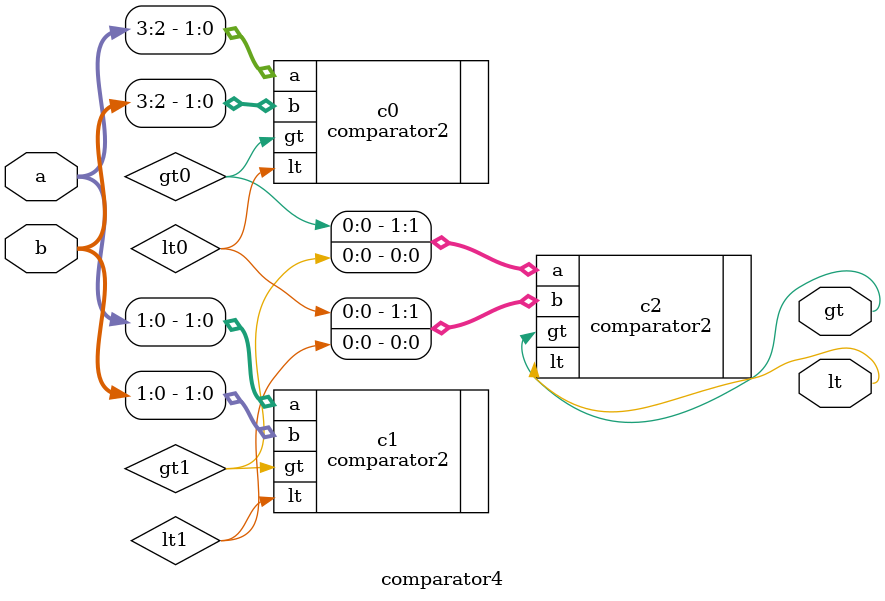
<source format=v>


module comparator4(a, b, gt, lt);
		parameter msb = 3;
		input[msb:0] a, b;
		output gt, lt;
		
		wire gt0, lt0, gt1, lt1;
		
		comparator2 c0(.a(a[msb:msb/2+1]), .b(b[msb:msb/2+1]), .gt(gt0), .lt(lt0));
		comparator2 c1(.a(a[msb/2:0]), .b(b[msb/2:0]), .gt(gt1), .lt(lt1));
		comparator2 c2(.a({gt0, gt1}), .b({lt0, lt1}), .gt(gt), .lt(lt));
		
endmodule


</source>
